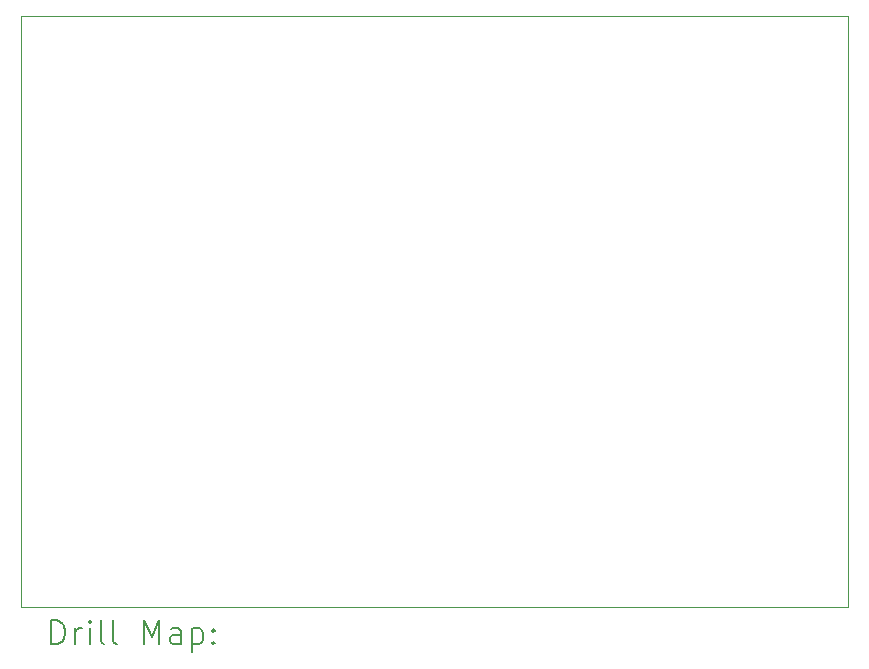
<source format=gbr>
%TF.GenerationSoftware,KiCad,Pcbnew,7.0.10*%
%TF.CreationDate,2024-11-29T16:24:07-07:00*%
%TF.ProjectId,PiTrac Connector Board,50695472-6163-4204-936f-6e6e6563746f,rev?*%
%TF.SameCoordinates,Original*%
%TF.FileFunction,Drillmap*%
%TF.FilePolarity,Positive*%
%FSLAX45Y45*%
G04 Gerber Fmt 4.5, Leading zero omitted, Abs format (unit mm)*
G04 Created by KiCad (PCBNEW 7.0.10) date 2024-11-29 16:24:07*
%MOMM*%
%LPD*%
G01*
G04 APERTURE LIST*
%ADD10C,0.050000*%
%ADD11C,0.200000*%
G04 APERTURE END LIST*
D10*
X10780000Y-7660000D02*
X17780000Y-7660000D01*
X17780000Y-12660000D01*
X10780000Y-12660000D01*
X10780000Y-7660000D01*
D11*
X11038277Y-12973984D02*
X11038277Y-12773984D01*
X11038277Y-12773984D02*
X11085896Y-12773984D01*
X11085896Y-12773984D02*
X11114467Y-12783508D01*
X11114467Y-12783508D02*
X11133515Y-12802555D01*
X11133515Y-12802555D02*
X11143039Y-12821603D01*
X11143039Y-12821603D02*
X11152563Y-12859698D01*
X11152563Y-12859698D02*
X11152563Y-12888269D01*
X11152563Y-12888269D02*
X11143039Y-12926365D01*
X11143039Y-12926365D02*
X11133515Y-12945412D01*
X11133515Y-12945412D02*
X11114467Y-12964460D01*
X11114467Y-12964460D02*
X11085896Y-12973984D01*
X11085896Y-12973984D02*
X11038277Y-12973984D01*
X11238277Y-12973984D02*
X11238277Y-12840650D01*
X11238277Y-12878746D02*
X11247801Y-12859698D01*
X11247801Y-12859698D02*
X11257324Y-12850174D01*
X11257324Y-12850174D02*
X11276372Y-12840650D01*
X11276372Y-12840650D02*
X11295420Y-12840650D01*
X11362086Y-12973984D02*
X11362086Y-12840650D01*
X11362086Y-12773984D02*
X11352562Y-12783508D01*
X11352562Y-12783508D02*
X11362086Y-12793031D01*
X11362086Y-12793031D02*
X11371610Y-12783508D01*
X11371610Y-12783508D02*
X11362086Y-12773984D01*
X11362086Y-12773984D02*
X11362086Y-12793031D01*
X11485896Y-12973984D02*
X11466848Y-12964460D01*
X11466848Y-12964460D02*
X11457324Y-12945412D01*
X11457324Y-12945412D02*
X11457324Y-12773984D01*
X11590658Y-12973984D02*
X11571610Y-12964460D01*
X11571610Y-12964460D02*
X11562086Y-12945412D01*
X11562086Y-12945412D02*
X11562086Y-12773984D01*
X11819229Y-12973984D02*
X11819229Y-12773984D01*
X11819229Y-12773984D02*
X11885896Y-12916841D01*
X11885896Y-12916841D02*
X11952562Y-12773984D01*
X11952562Y-12773984D02*
X11952562Y-12973984D01*
X12133515Y-12973984D02*
X12133515Y-12869222D01*
X12133515Y-12869222D02*
X12123991Y-12850174D01*
X12123991Y-12850174D02*
X12104943Y-12840650D01*
X12104943Y-12840650D02*
X12066848Y-12840650D01*
X12066848Y-12840650D02*
X12047801Y-12850174D01*
X12133515Y-12964460D02*
X12114467Y-12973984D01*
X12114467Y-12973984D02*
X12066848Y-12973984D01*
X12066848Y-12973984D02*
X12047801Y-12964460D01*
X12047801Y-12964460D02*
X12038277Y-12945412D01*
X12038277Y-12945412D02*
X12038277Y-12926365D01*
X12038277Y-12926365D02*
X12047801Y-12907317D01*
X12047801Y-12907317D02*
X12066848Y-12897793D01*
X12066848Y-12897793D02*
X12114467Y-12897793D01*
X12114467Y-12897793D02*
X12133515Y-12888269D01*
X12228753Y-12840650D02*
X12228753Y-13040650D01*
X12228753Y-12850174D02*
X12247801Y-12840650D01*
X12247801Y-12840650D02*
X12285896Y-12840650D01*
X12285896Y-12840650D02*
X12304943Y-12850174D01*
X12304943Y-12850174D02*
X12314467Y-12859698D01*
X12314467Y-12859698D02*
X12323991Y-12878746D01*
X12323991Y-12878746D02*
X12323991Y-12935888D01*
X12323991Y-12935888D02*
X12314467Y-12954936D01*
X12314467Y-12954936D02*
X12304943Y-12964460D01*
X12304943Y-12964460D02*
X12285896Y-12973984D01*
X12285896Y-12973984D02*
X12247801Y-12973984D01*
X12247801Y-12973984D02*
X12228753Y-12964460D01*
X12409705Y-12954936D02*
X12419229Y-12964460D01*
X12419229Y-12964460D02*
X12409705Y-12973984D01*
X12409705Y-12973984D02*
X12400182Y-12964460D01*
X12400182Y-12964460D02*
X12409705Y-12954936D01*
X12409705Y-12954936D02*
X12409705Y-12973984D01*
X12409705Y-12850174D02*
X12419229Y-12859698D01*
X12419229Y-12859698D02*
X12409705Y-12869222D01*
X12409705Y-12869222D02*
X12400182Y-12859698D01*
X12400182Y-12859698D02*
X12409705Y-12850174D01*
X12409705Y-12850174D02*
X12409705Y-12869222D01*
M02*

</source>
